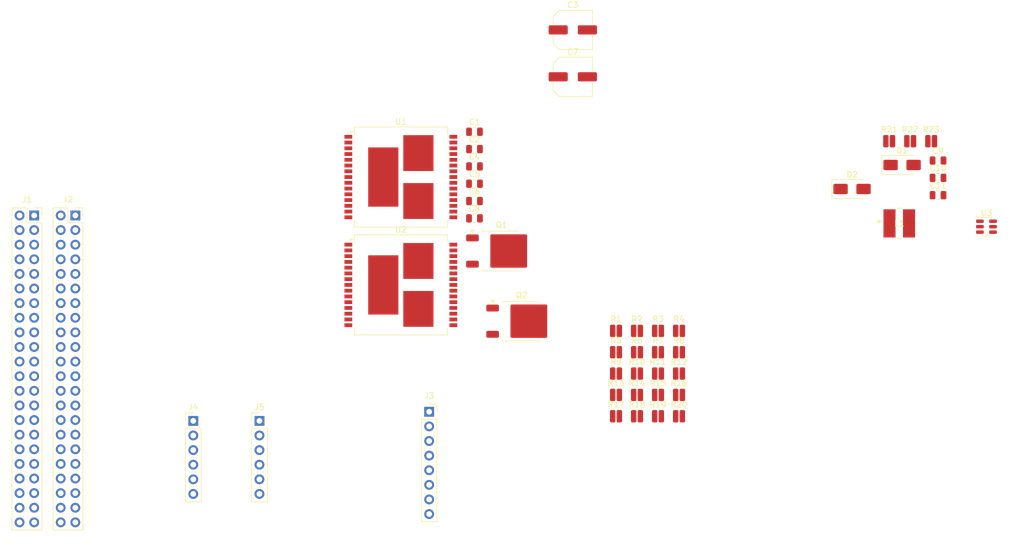
<source format=kicad_pcb>
(kicad_pcb (version 20241229) (generator "pcbnew") (generator_version "9.0")
  (layers (0 "F.Cu" signal) (2 "B.Cu" signal) (13 "F.Paste" user) (15 "B.Paste" user) (5 "F.SilkS" user "F.Silkscreen") (7 "B.SilkS" user "B.Silkscreen") (1 "F.Mask" user) (3 "B.Mask" user) (25 "Edge.Cuts" user))
  (net 0 "")
  (net 2 "/PWM")
  (net 3 "GND")
  (net 4 "/INA")
  (net 5 "Net-(U1-INA)")
  (net 6 "Net-(U1-INB)")
  (net 7 "/INB")
  (net 8 "Net-(U1-ENADIAGA)")
  (net 11 "Net-(U1-ENBDIAGB)")
  (net 12 "Net-(U1-PWM)")
  (net 13 "/A4_2")
  (net 14 "+5V")
  (net 15 "Net-(U1-CS)")
  (net 16 "Net-(U2-INA)")
  (net 17 "Net-(U2-INB)")
  (net 18 "Net-(U2-ENADIAGA)")
  (net 20 "Net-(U2-ENBDIAGB)")
  (net 22 "Net-(U2-PWM)")
  (net 23 "Net-(U2-CS)")
  (net 24 "/12V")
  (net 25 "Net-(Q1-S)")
  (net 26 "Net-(Q2-S)")
  (net 27 "Net-(Q1-G)")
  (net 28 "Net-(Q2-G)")
  (net 29 "Net-(U1-OUTB-Pad15)")
  (net 30 "/outa")
  (net 31 "Net-(U1-OUTA-Pad1)")
  (net 33 "/outb")
  (net 34 "Net-(U2-OUTB-Pad15)")
  (net 36 "Net-(U2-OUTA-Pad1)")
  (net 37 "Net-(D1-K)")
  (net 38 "Net-(U3-BST)")
  (net 39 "Net-(D2-K)")
  (net 40 "/+5v")
  (net 41 "/VIN")
  (net 42 "Net-(U3-EN)")
  (net 43 "Net-(U3-FB)")
  (footprint "Resistor_SMD:R_0508_1220Metric" (layer "F.Cu") (at 169.275 82.58)
    (property "Reference" "R11" (at 0 -2.03 0) (layer "F.SilkS"))
    (property "Value" "1k")
    (pad "1" smd roundrect (at -0.575 0) (size 0.95 2.15) (layers "F.Cu" "F.Mask" "F.Paste") (net 4 "/INA"))
    (pad "2" smd roundrect (at 0.575 0) (size 0.95 2.15) (layers "F.Cu" "F.Mask" "F.Paste") (net 16 "Net-(U2-INA)"))
  )
  (footprint "Package_SO:ST_MultiPowerSO-30" (layer "F.Cu") (at 124.575 48.425)
    (property "Reference" "U1" (at 0 -9.6 0) (layer "F.SilkS"))
    (property "Value" "VNH5019A-E")
    (fp_line (start -8.1 -8.7) (end -8.1 -7.5) (stroke (width 0.12)) (layer "F.SilkS"))
    (fp_line (start -8.1 8.7) (end -8.1 7.5) (stroke (width 0.12)) (layer "F.SilkS"))
    (fp_line (start -8 -8.7) (end -8.1 -8.7) (stroke (width 0.12)) (layer "F.SilkS"))
    (fp_line (start 8 -8.7) (end -8 -8.7) (stroke (width 0.12)) (layer "F.SilkS"))
    (fp_line (start 8 -8.7) (end 8.1 -8.7) (stroke (width 0.12)) (layer "F.SilkS"))
    (fp_line (start 8 8.7) (end -8.1 8.7) (stroke (width 0.12)) (layer "F.SilkS"))
    (fp_line (start 8 8.7) (end 8.1 8.7) (stroke (width 0.12)) (layer "F.SilkS"))
    (fp_line (start 8.1 -8.7) (end 8.1 -7.5) (stroke (width 0.12)) (layer "F.SilkS"))
    (fp_line (start 8.1 8.7) (end 8.1 7.5) (stroke (width 0.12)) (layer "F.SilkS"))
    (fp_poly (pts (xy -8.6 -7.6) (xy -8.84 -7.93) (xy -8.36 -7.93) (xy -8.6 -7.6)) (stroke (width 0.12)) (fill yes) (layer "F.SilkS"))
    (pad "1" smd rect (at -9.125 -7 270) (size 0.66 1.35) (layers "F.Cu" "F.Mask" "F.Paste") (net 31 "Net-(U1-OUTA-Pad1)"))
    (pad "2" smd rect (at -9.125 -6 270) (size 0.66 1.35) (layers "F.Cu" "F.Mask" "F.Paste"))
    (pad "3" smd rect (at -9.125 -5 270) (size 0.66 1.35) (layers "F.Cu" "F.Mask" "F.Paste") (net 25 "Net-(Q1-S)"))
    (pad "4" smd rect (at -9.125 -4 270) (size 0.66 1.35) (layers "F.Cu" "F.Mask" "F.Paste") (net 5 "Net-(U1-INA)"))
    (pad "5" smd rect (at -9.125 -3 270) (size 0.66 1.35) (layers "F.Cu" "F.Mask" "F.Paste") (net 8 "Net-(U1-ENADIAGA)"))
    (pad "6" smd rect (at -9.125 -2 270) (size 0.66 1.35) (layers "F.Cu" "F.Mask" "F.Paste"))
    (pad "7" smd rect (at -9.125 -1 270) (size 0.66 1.35) (layers "F.Cu" "F.Mask" "F.Paste") (net 12 "Net-(U1-PWM)"))
    (pad "8" smd rect (at -9.125 0 270) (size 0.66 1.35) (layers "F.Cu" "F.Mask" "F.Paste") (net 15 "Net-(U1-CS)"))
    (pad "9" smd rect (at -9.125 1 270) (size 0.66 1.35) (layers "F.Cu" "F.Mask" "F.Paste") (net 11 "Net-(U1-ENBDIAGB)"))
    (pad "10" smd rect (at -9.125 2 270) (size 0.66 1.35) (layers "F.Cu" "F.Mask" "F.Paste") (net 6 "Net-(U1-INB)"))
    (pad "11" smd rect (at -9.125 3 270) (size 0.66 1.35) (layers "F.Cu" "F.Mask" "F.Paste") (net 27 "Net-(Q1-G)"))
    (pad "12" smd rect (at -9.125 4 270) (size 0.66 1.35) (layers "F.Cu" "F.Mask" "F.Paste") (net 24 "/12V"))
    (pad "13" smd rect (at -9.125 5 270) (size 0.66 1.35) (layers "F.Cu" "F.Mask" "F.Paste") (net 25 "Net-(Q1-S)"))
    (pad "14" smd rect (at -9.125 6 270) (size 0.66 1.35) (layers "F.Cu" "F.Mask" "F.Paste"))
    (pad "15" smd rect (at -9.125 7 270) (size 0.66 1.35) (layers "F.Cu" "F.Mask" "F.Paste") (net 29 "Net-(U1-OUTB-Pad15)"))
    (pad "16" smd rect (at 9.125 7 270) (size 0.66 1.35) (layers "F.Cu" "F.Mask" "F.Paste") (net 33 "/outb"))
    (pad "17" smd rect (at 9.125 6 270) (size 0.66 1.35) (layers "F.Cu" "F.Mask" "F.Paste"))
    (pad "18" smd rect (at 9.125 5 270) (size 0.66 1.35) (layers "F.Cu" "F.Mask" "F.Paste") (net 3 "GND"))
    (pad "19" smd rect (at 9.125 4 270) (size 0.66 1.35) (layers "F.Cu" "F.Mask" "F.Paste") (net 3 "GND"))
    (pad "20" smd rect (at 9.125 3 270) (size 0.66 1.35) (layers "F.Cu" "F.Mask" "F.Paste") (net 3 "GND"))
    (pad "21" smd rect (at 9.125 2 270) (size 0.66 1.35) (layers "F.Cu" "F.Mask" "F.Paste") (net 29 "Net-(U1-OUTB-Pad15)"))
    (pad "22" smd rect (at 9.125 1 270) (size 0.66 1.35) (layers "F.Cu" "F.Mask" "F.Paste"))
    (pad "23" smd rect (at 9.125 0 270) (size 0.66 1.35) (layers "F.Cu" "F.Mask" "F.Paste") (net 25 "Net-(Q1-S)"))
    (pad "24" smd rect (at 9.125 -1 270) (size 0.66 1.35) (layers "F.Cu" "F.Mask" "F.Paste"))
    (pad "25" smd rect (at 9.125 -2 270) (size 0.66 1.35) (layers "F.Cu" "F.Mask" "F.Paste") (net 30 "/outa"))
    (pad "26" smd rect (at 9.125 -3 270) (size 0.66 1.35) (layers "F.Cu" "F.Mask" "F.Paste") (net 3 "GND"))
    (pad "27" smd rect (at 9.125 -4 270) (size 0.66 1.35) (layers "F.Cu" "F.Mask" "F.Paste") (net 3 "GND"))
    (pad "28" smd rect (at 9.125 -5 270) (size 0.66 1.35) (layers "F.Cu" "F.Mask" "F.Paste") (net 3 "GND"))
    (pad "29" smd rect (at 9.125 -6 270) (size 0.66 1.35) (layers "F.Cu" "F.Mask" "F.Paste"))
    (pad "30" smd rect (at 9.125 -7 270) (size 0.66 1.35) (layers "F.Cu" "F.Mask" "F.Paste") (net 31 "Net-(U1-OUTA-Pad1)"))
    (pad "31" smd rect (at -3.05 0) (size 5.25 10.3) (layers "F.Cu" "F.Mask" "F.Paste"))
    (pad "32" smd rect (at 3.05 4.165) (size 5.25 6.23) (layers "F.Cu" "F.Mask" "F.Paste"))
    (pad "33" smd rect (at 3.05 -4.165) (size 5.25 6.23) (layers "F.Cu" "F.Mask" "F.Paste"))
  )
  (footprint "Package_TO_SOT_SMD:TO-252-2" (layer "F.Cu") (at 145.565 73.475)
    (property "Reference" "Q2" (at 0 -4.5 0) (layer "F.SilkS"))
    (property "Value" "FCD600N60Z")
    (fp_line (start -3.31 -3.45) (end -3.31 -3.18) (stroke (width 0.12)) (layer "F.SilkS"))
    (fp_line (start -3.31 3.45) (end -3.31 3.18) (stroke (width 0.12)) (layer "F.SilkS"))
    (fp_line (start 3.11 -3.45) (end -3.31 -3.45) (stroke (width 0.12)) (layer "F.SilkS"))
    (fp_line (start 3.11 3.45) (end -3.31 3.45) (stroke (width 0.12)) (layer "F.SilkS"))
    (fp_poly (pts (xy -5.04 -3.14) (xy -5.38 -3.61) (xy -4.7 -3.61)) (stroke (width 0.12)) (fill yes) (layer "F.SilkS"))
    (pad "1" smd roundrect (at -5.04 -2.28) (size 2.2 1.2) (layers "F.Cu" "F.Mask" "F.Paste") (roundrect_rratio 0.208333) (net 28 "Net-(Q2-G)"))
    (pad "2" smd roundrect (at 1.26 0) (size 6.4 5.8) (layers "F.Cu" "F.Mask") (roundrect_rratio 0.043103))
    (pad "3" smd roundrect (at -5.04 2.28) (size 2.2 1.2) (layers "F.Cu" "F.Mask" "F.Paste") (roundrect_rratio 0.208333) (net 26 "Net-(Q2-S)"))
  )
  (footprint "Resistor_SMD:R_0508_1220Metric" (layer "F.Cu") (at 172.925 90)
    (property "Reference" "R20" (at 0 -2.03 0) (layer "F.SilkS"))
    (property "Value" "4.7k")
    (pad "1" smd roundrect (at -0.575 0) (size 0.95 2.15) (layers "F.Cu" "F.Mask" "F.Paste") (net 8 "Net-(U1-ENADIAGA)"))
    (pad "2" smd roundrect (at 0.575 0) (size 0.95 2.15) (layers "F.Cu" "F.Mask" "F.Paste") (net 14 "+5V"))
  )
  (footprint "Resistor_SMD:R_0508_1220Metric" (layer "F.Cu") (at 169.275 86.29)
    (property "Reference" "R15" (at 0 -2.03 0) (layer "F.SilkS"))
    (property "Value" "1k")
    (pad "1" smd roundrect (at -0.575 0) (size 0.95 2.15) (layers "F.Cu" "F.Mask" "F.Paste") (net 2 "/PWM"))
    (pad "2" smd roundrect (at 0.575 0) (size 0.95 2.15) (layers "F.Cu" "F.Mask" "F.Paste") (net 22 "Net-(U2-PWM)"))
  )
  (footprint "Library:IND_5028_TDK" (layer "F.Cu") (at 211.207701 56.4802)
    (property "Reference" "L1" (at 0 0 0) (layer "F.SilkS"))
    (property "Value" "4.7uH")
    (fp_line (start -0.368244 2.627) (end 0.368244 2.627) (stroke (width 0.1524)) (layer "F.SilkS"))
    (fp_line (start 0.368244 -2.627) (end -0.368244 -2.627) (stroke (width 0.1524)) (layer "F.SilkS"))
    (fp_text user "*" (at -3.516 0 0) (layer "F.SilkS"))
    (fp_text user "*" (at -3.516 0 0) (layer "F.SilkS"))
    (pad "1" smd rect (at -1.7 0) (size 2.1 4.900001) (layers "F.Cu" "F.Mask" "F.Paste") (net 40 "/+5v"))
    (pad "2" smd rect (at 1.7 0) (size 2.1 4.900001) (layers "F.Cu" "F.Mask" "F.Paste") (net 39 "Net-(D2-K)"))
  )
  (footprint "Resistor_SMD:R_0508_1220Metric" (layer "F.Cu") (at 165.625 75.16)
    (property "Reference" "R2" (at 0 -2.03 0) (layer "F.SilkS"))
    (property "Value" "1k")
    (pad "1" smd roundrect (at -0.575 0) (size 0.95 2.15) (layers "F.Cu" "F.Mask" "F.Paste") (net 4 "/INA"))
    (pad "2" smd roundrect (at 0.575 0) (size 0.95 2.15) (layers "F.Cu" "F.Mask" "F.Paste") (net 5 "Net-(U1-INA)"))
  )
  (footprint "Capacitor_SMD:C_0805_2012Metric" (layer "F.Cu") (at 137.375 52.595)
    (property "Reference" "C6" (at 0 -1.68 0) (layer "F.SilkS"))
    (property "Value" "0.1u")
    (fp_line (start -0.261252 -0.735) (end 0.261252 -0.735) (stroke (width 0.12)) (layer "F.SilkS"))
    (fp_line (start -0.261252 0.735) (end 0.261252 0.735) (stroke (width 0.12)) (layer "F.SilkS"))
    (pad "1" smd roundrect (at -0.95 0) (size 1 1.45) (layers "F.Cu" "F.Mask" "F.Paste") (net 3 "GND"))
    (pad "2" smd roundrect (at 0.95 0) (size 1 1.45) (layers "F.Cu" "F.Mask" "F.Paste") (net 24 "/12V"))
  )
  (footprint "Diode_SMD:D_SMA" (layer "F.Cu") (at 211.6975 46.325)
    (property "Reference" "D1" (at 0 -2.5 0) (layer "F.SilkS"))
    (property "Value" "SS24")
    (fp_line (start -3.51 -1.65) (end -3.51 1.65) (stroke (width 0.12)) (layer "F.SilkS"))
    (fp_line (start -3.51 -1.65) (end 2 -1.65) (stroke (width 0.12)) (layer "F.SilkS"))
    (fp_line (start -3.51 1.65) (end 2 1.65) (stroke (width 0.12)) (layer "F.SilkS"))
    (pad "1" smd roundrect (at -2 0) (size 2.5 1.8) (layers "F.Cu" "F.Mask" "F.Paste") (roundrect_rratio 0.1388888889) (net 41 "/VIN"))
    (pad "2" smd roundrect (at 2 0) (size 2.5 1.8) (layers "F.Cu" "F.Mask" "F.Paste") (roundrect_rratio 0.1388888889) (net 37 "Net-(D1-K)"))
  )
  (footprint "Resistor_SMD:R_0508_1220Metric" (layer "F.Cu") (at 165.625 86.29)
    (property "Reference" "R14" (at 0 -2.03 0) (layer "F.SilkS"))
    (property "Value" "1k")
    (pad "1" smd roundrect (at -0.575 0) (size 0.95 2.15) (layers "F.Cu" "F.Mask" "F.Paste"))
    (pad "2" smd roundrect (at 0.575 0) (size 0.95 2.15) (layers "F.Cu" "F.Mask" "F.Paste") (net 20 "Net-(U2-ENBDIAGB)"))
  )
  (footprint "Package_TO_SOT_SMD:TO-252-2" (layer "F.Cu") (at 142.065 61.28)
    (property "Reference" "Q1" (at 0 -4.5 0) (layer "F.SilkS"))
    (property "Value" "FCD600N60Z")
    (fp_line (start -3.31 -3.45) (end -3.31 -3.18) (stroke (width 0.12)) (layer "F.SilkS"))
    (fp_line (start -3.31 3.45) (end -3.31 3.18) (stroke (width 0.12)) (layer "F.SilkS"))
    (fp_line (start 3.11 -3.45) (end -3.31 -3.45) (stroke (width 0.12)) (layer "F.SilkS"))
    (fp_line (start 3.11 3.45) (end -3.31 3.45) (stroke (width 0.12)) (layer "F.SilkS"))
    (fp_poly (pts (xy -5.04 -3.14) (xy -5.38 -3.61) (xy -4.7 -3.61)) (stroke (width 0.12)) (fill yes) (layer "F.SilkS"))
    (pad "1" smd roundrect (at -5.04 -2.28) (size 2.2 1.2) (layers "F.Cu" "F.Mask" "F.Paste") (roundrect_rratio 0.208333) (net 27 "Net-(Q1-G)"))
    (pad "2" smd roundrect (at 1.26 0) (size 6.4 5.8) (layers "F.Cu" "F.Mask") (roundrect_rratio 0.043103))
    (pad "3" smd roundrect (at -5.04 2.28) (size 2.2 1.2) (layers "F.Cu" "F.Mask" "F.Paste") (roundrect_rratio 0.208333) (net 25 "Net-(Q1-S)"))
  )
  (footprint "Resistor_SMD:R_0508_1220Metric" (layer "F.Cu") (at 161.975 78.87)
    (property "Reference" "R5" (at 0 -2.03 0) (layer "F.SilkS"))
    (property "Value" "1k")
    (pad "1" smd roundrect (at -0.575 0) (size 0.95 2.15) (layers "F.Cu" "F.Mask" "F.Paste"))
    (pad "2" smd roundrect (at 0.575 0) (size 0.95 2.15) (layers "F.Cu" "F.Mask" "F.Paste") (net 11 "Net-(U1-ENBDIAGB)"))
  )
  (footprint "Capacitor_SMD:C_0805_2012Metric" (layer "F.Cu") (at 217.9425 45.555)
    (property "Reference" "C9" (at 0 -1.68 0) (layer "F.SilkS"))
    (property "Value" "10uF 25v")
    (fp_line (start -0.261252 -0.735) (end 0.261252 -0.735) (stroke (width 0.12)) (layer "F.SilkS"))
    (fp_line (start -0.261252 0.735) (end 0.261252 0.735) (stroke (width 0.12)) (layer "F.SilkS"))
    (pad "1" smd roundrect (at -0.95 0) (size 1 1.45) (layers "F.Cu" "F.Mask" "F.Paste") (net 37 "Net-(D1-K)"))
    (pad "2" smd roundrect (at 0.95 0) (size 1 1.45) (layers "F.Cu" "F.Mask" "F.Paste") (net 3 "GND"))
  )
  (footprint "Capacitor_SMD:C_0805_2012Metric" (layer "F.Cu") (at 137.375 40.555)
    (property "Reference" "C1" (at 0 -1.68 0) (layer "F.SilkS"))
    (property "Value" "33nF")
    (fp_line (start -0.261252 -0.735) (end 0.261252 -0.735) (stroke (width 0.12)) (layer "F.SilkS"))
    (fp_line (start -0.261252 0.735) (end 0.261252 0.735) (stroke (width 0.12)) (layer "F.SilkS"))
    (pad "1" smd roundrect (at -0.95 0) (size 1 1.45) (layers "F.Cu" "F.Mask" "F.Paste") (net 13 "/A4_2"))
    (pad "2" smd roundrect (at 0.95 0) (size 1 1.45) (layers "F.Cu" "F.Mask" "F.Paste") (net 3 "GND"))
  )
  (footprint "Resistor_SMD:R_0508_1220Metric" (layer "F.Cu") (at 172.925 78.87)
    (property "Reference" "R8" (at 0 -2.03 0) (layer "F.SilkS"))
    (property "Value" "4.7k")
    (pad "1" smd roundrect (at -0.575 0) (size 0.95 2.15) (layers "F.Cu" "F.Mask" "F.Paste") (net 11 "Net-(U1-ENBDIAGB)"))
    (pad "2" smd roundrect (at 0.575 0) (size 0.95 2.15) (layers "F.Cu" "F.Mask" "F.Paste") (net 14 "+5V"))
  )
  (footprint "Package_TO_SOT_SMD:SOT-23-6" (layer "F.Cu") (at 226.3625 57.05)
    (property "Reference" "U3" (at 0 -2.4 0) (layer "F.SilkS"))
    (property "Value" "MP2359DJ-LF-Z")
    (fp_line (start -0.91 -1.56) (end 0.91 -1.56) (stroke (width 0.12)) (layer "F.SilkS"))
    (fp_line (start -0.91 -1.51) (end -0.91 -1.56) (stroke (width 0.12)) (layer "F.SilkS"))
    (fp_line (start -0.91 1.56) (end -0.91 1.51) (stroke (width 0.12)) (layer "F.SilkS"))
    (fp_line (start 0.91 -1.56) (end 0.91 -1.51) (stroke (width 0.12)) (layer "F.SilkS"))
    (fp_line (start 0.91 1.51) (end 0.91 1.56) (stroke (width 0.12)) (layer "F.SilkS"))
    (fp_line (start 0.91 1.56) (end -0.91 1.56) (stroke (width 0.12)) (layer "F.SilkS"))
    (fp_poly (pts (xy -1.45 -1.51) (xy -1.69 -1.84) (xy -1.21 -1.84)) (stroke (width 0.12)) (fill yes) (layer "F.SilkS"))
    (pad "1" smd roundrect (at -1.1375 -0.95) (size 1.325 0.6) (layers "F.Cu" "F.Mask" "F.Paste") (net 38 "Net-(U3-BST)"))
    (pad "2" smd roundrect (at -1.1375 0) (size 1.325 0.6) (layers "F.Cu" "F.Mask" "F.Paste") (net 3 "GND"))
    (pad "3" smd roundrect (at -1.1375 0.95) (size 1.325 0.6) (layers "F.Cu" "F.Mask" "F.Paste") (net 43 "Net-(U3-FB)"))
    (pad "4" smd roundrect (at 1.1375 0.95) (size 1.325 0.6) (layers "F.Cu" "F.Mask" "F.Paste") (net 42 "Net-(U3-EN)"))
    (pad "5" smd roundrect (at 1.1375 0) (size 1.325 0.6) (layers "F.Cu" "F.Mask" "F.Paste") (net 37 "Net-(D1-K)"))
    (pad "6" smd roundrect (at 1.1375 -0.95) (size 1.325 0.6) (layers "F.Cu" "F.Mask" "F.Paste") (net 39 "Net-(D2-K)"))
  )
  (footprint "Capacitor_SMD:C_Elec_6.3x5.4" (layer "F.Cu") (at 154.4625 31)
    (property "Reference" "C7" (at 0 -4.35 0) (layer "F.SilkS"))
    (property "Value" "47uF")
    (fp_line (start -3.41 -2.345563) (end -3.41 -1.06) (stroke (width 0.12)) (layer "F.SilkS"))
    (fp_line (start -3.41 -2.345563) (end -2.345563 -3.41) (stroke (width 0.12)) (layer "F.SilkS"))
    (fp_line (start -3.41 2.345563) (end -3.41 1.06) (stroke (width 0.12)) (layer "F.SilkS"))
    (fp_line (start -3.41 2.345563) (end -2.345563 3.41) (stroke (width 0.12)) (layer "F.SilkS"))
    (fp_line (start -2.345563 -3.41) (end 3.41 -3.41) (stroke (width 0.12)) (layer "F.SilkS"))
    (fp_line (start -2.345563 3.41) (end 3.41 3.41) (stroke (width 0.12)) (layer "F.SilkS"))
    (fp_line (start 3.41 -3.41) (end 3.41 -1.06) (stroke (width 0.12)) (layer "F.SilkS"))
    (fp_line (start 3.41 3.41) (end 3.41 1.06) (stroke (width 0.12)) (layer "F.SilkS"))
    (pad "1" smd roundrect (at -2.5375 0) (size 3.325 1.6) (layers "F.Cu" "F.Mask" "F.Paste") (roundrect_rratio 0.15625) (net 26 "Net-(Q2-S)"))
    (pad "2" smd roundrect (at 2.5375 0) (size 3.325 1.6) (layers "F.Cu" "F.Mask" "F.Paste") (roundrect_rratio 0.15625) (net 3 "GND"))
  )
  (footprint "Connector_PinSocket_2.54mm:PinSocket_2x22_P2.54mm_Vertical" (layer "F.Cu") (at 68 55.1)
    (property "Reference" "J2" (at -1.27 -2.77 0) (layer "F.SilkS"))
    (property "Value" "Conn_02x22")
    (fp_line (start -3.87 -1.33) (end -3.87 54.67) (stroke (width 0.12)) (layer "F.SilkS"))
    (fp_line (start -3.87 -1.33) (end -1.27 -1.33) (stroke (width 0.12)) (layer "F.SilkS"))
    (fp_line (start -3.87 54.67) (end 1.33 54.67) (stroke (width 0.12)) (layer "F.SilkS"))
    (fp_line (start -1.27 -1.33) (end -1.27 1.27) (stroke (width 0.12)) (layer "F.SilkS"))
    (fp_line (start -1.27 1.27) (end 1.33 1.27) (stroke (width 0.12)) (layer "F.SilkS"))
    (fp_line (start 0 -1.33) (end 1.33 -1.33) (stroke (width 0.12)) (layer "F.SilkS"))
    (fp_line (start 1.33 -1.33) (end 1.33 0) (stroke (width 0.12)) (layer "F.SilkS"))
    (fp_line (start 1.33 1.27) (end 1.33 54.67) (stroke (width 0.12)) (layer "F.SilkS"))
    (pad "1" thru_hole rect (at 0 0) (size 1.7 1.7) (drill 1) (layers "*.Cu" "*.Mask"))
    (pad "2" thru_hole circle (at -2.54 0) (size 1.7 1.7) (drill 1) (layers "*.Cu" "*.Mask"))
    (pad "3" thru_hole circle (at 0 2.54) (size 1.7 1.7) (drill 1) (layers "*.Cu" "*.Mask"))
    (pad "4" thru_hole circle (at -2.54 2.54) (size 1.7 1.7) (drill 1) (layers "*.Cu" "*.Mask"))
    (pad "5" thru_hole circle (at 0 5.08) (size 1.7 1.7) (drill 1) (layers "*.Cu" "*.Mask"))
    (pad "6" thru_hole circle (at -2.54 5.08) (size 1.7 1.7) (drill 1) (layers "*.Cu" "*.Mask"))
    (pad "7" thru_hole circle (at 0 7.62) (size 1.7 1.7) (drill 1) (layers "*.Cu" "*.Mask"))
    (pad "8" thru_hole circle (at -2.54 7.62) (size 1.7 1.7) (drill 1) (layers "*.Cu" "*.Mask"))
    (pad "9" thru_hole circle (at 0 10.16) (size 1.7 1.7) (drill 1) (layers "*.Cu" "*.Mask"))
    (pad "10" thru_hole circle (at -2.54 10.16) (size 1.7 1.7) (drill 1) (layers "*.Cu" "*.Mask"))
    (pad "11" thru_hole circle (at 0 12.7) (size 1.7 1.7) (drill 1) (layers "*.Cu" "*.Mask"))
    (pad "12" thru_hole circle (at -2.54 12.7) (size 1.7 1.7) (drill 1) (layers "*.Cu" "*.Mask"))
    (pad "13" thru_hole circle (at 0 15.24) (size 1.7 1.7) (drill 1) (layers "*.Cu" "*.Mask"))
    (pad "14" thru_hole circle (at -2.54 15.24) (size 1.7 1.7) (drill 1) (layers "*.Cu" "*.Mask"))
    (pad "15" thru_hole circle (at 0 17.78) (size 1.7 1.7) (drill 1) (layers "*.Cu" "*.Mask"))
    (pad "16" thru_hole circle (at -2.54 17.78) (size 1.7 1.7) (drill 1) (layers "*.Cu" "*.Mask"))
    (pad "17" thru_hole circle (at 0 20.32) (size 1.7 1.7) (drill 1) (layers "*.Cu" "*.Mask"))
    (pad "18" thru_hole circle (at -2.54 20.32) (size 1.7 1.7) (drill 1) (layers "*.Cu" "*.Mask"))
    (pad "19" thru_hole circle (at 0 22.86) (size 1.7 1.7) (drill 1) (layers "*.Cu" "*.Mask"))
    (pad "20" thru_hole circle (at -2.54 22.86) (size 1.7 1.7) (drill 1) (layers "*.Cu" "*.Mask"))
    (pad "21" thru_hole circle (at 0 25.4) (size 1.7 1.7) (drill 1) (layers "*.Cu" "*.Mask"))
    (pad "22" thru_hole circle (at -2.54 25.4) (size 1.7 1.7) (drill 1) (layers "*.Cu" "*.Mask"))
    (pad "23" thru_hole circle (at 0 27.94) (size 1.7 1.7) (drill 1) (layers "*.Cu" "*.Mask"))
    (pad "24" thru_hole circle (at -2.54 27.94) (size 1.7 1.7) (drill 1) (layers "*.Cu" "*.Mask"))
    (pad "25" thru_hole circle (at 0 30.48) (size 1.7 1.7) (drill 1) (layers "*.Cu" "*.Mask"))
    (pad "26" thru_hole circle (at -2.54 30.48) (size 1.7 1.7) (drill 1) (layers "*.Cu" "*.Mask"))
    (pad "27" thru_hole circle (at 0 33.02) (size 1.7 1.7) (drill 1) (layers "*.Cu" "*.Mask"))
    (pad "28" thru_hole circle (at -2.54 33.02) (size 1.7 1.7) (drill 1) (layers "*.Cu" "*.Mask"))
    (pad "29" thru_hole circle (at 0 35.56) (size 1.7 1.7) (drill 1) (layers "*.Cu" "*.Mask"))
    (pad "30" thru_hole circle (at -2.54 35.56) (size 1.7 1.7) (drill 1) (layers "*.Cu" "*.Mask"))
    (pad "31" thru_hole circle (at 0 38.1) (size 1.7 1.7) (drill 1) (layers "*.Cu" "*.Mask"))
    (pad "32" thru_hole circle (at -2.54 38.1) (size 1.7 1.7) (drill 1) (layers "*.Cu" "*.Mask"))
    (pad "33" thru_hole circle (at 0 40.64) (size 1.7 1.7) (drill 1) (layers "*.Cu" "*.Mask"))
    (pad "34" thru_hole circle (at -2.54 40.64) (size 1.7 1.7) (drill 1) (layers "*.Cu" "*.Mask"))
    (pad "35" thru_hole circle (at 0 43.18) (size 1.7 1.7) (drill 1) (layers "*.Cu" "*.Mask"))
    (pad "36" thru_hole circle (at -2.54 43.18) (size 1.7 1.7) (drill 1) (layers "*.Cu" "*.Mask"))
    (pad "37" thru_hole circle (at 0 45.72) (size 1.7 1.7) (drill 1) (layers "*.Cu" "*.Mask"))
    (pad "38" thru_hole circle (at -2.54 45.72) (size 1.7 1.7) (drill 1) (layers "*.Cu" "*.Mask"))
    (pad "39" thru_hole circle (at 0 48.26) (size 1.7 1.7) (drill 1) (layers "*.Cu" "*.Mask"))
    (pad "40" thru_hole circle (at -2.54 48.26) (size 1.7 1.7) (drill 1) (layers "*.Cu" "*.Mask"))
    (pad "41" thru_hole circle (at 0 50.8) (size 1.7 1.7) (drill 1) (layers "*.Cu" "*.Mask"))
    (pad "42" thru_hole circle (at -2.54 50.8) (size 1.7 1.7) (drill 1) (layers "*.Cu" "*.Mask"))
    (pad "43" thru_hole circle (at 0 53.34) (size 1.7 1.7) (drill 1) (layers "*.Cu" "*.Mask"))
    (pad "44" thru_hole circle (at -2.54 53.34) (size 1.7 1.7) (drill 1) (layers "*.Cu" "*.Mask"))
  )
  (footprint "Resistor_SMD:R_0508_1220Metric" (layer "F.Cu") (at 209.4525 42.195)
    (property "Reference" "R21" (at 0 -2.03 0) (layer "F.SilkS"))
    (property "Value" "100K")
    (pad "1" smd roundrect (at -0.575 0) (size 0.95 2.15) (layers "F.Cu" "F.Mask" "F.Paste") (net 37 "Net-(D1-K)"))
    (pad "2" smd roundrect (at 0.575 0) (size 0.95 2.15) (layers "F.Cu" "F.Mask" "F.Paste") (net 42 "Net-(U3-EN)"))
  )
  (footprint "Capacitor_SMD:C_0805_2012Metric" (layer "F.Cu") (at 137.375 49.585)
    (property "Reference" "C5" (at 0 -1.68 0) (layer "F.SilkS"))
    (property "Value" "33nF")
    (fp_line (start -0.261252 -0.735) (end 0.261252 -0.735) (stroke (width 0.12)) (layer "F.SilkS"))
    (fp_line (start -0.261252 0.735) (end 0.261252 0.735) (stroke (width 0.12)) (layer "F.SilkS"))
    (pad "1" smd roundrect (at -0.95 0) (size 1 1.45) (layers "F.Cu" "F.Mask" "F.Paste") (net 13 "/A4_2"))
    (pad "2" smd roundrect (at 0.95 0) (size 1 1.45) (layers "F.Cu" "F.Mask" "F.Paste") (net 3 "GND"))
  )
  (footprint "Capacitor_SMD:C_0805_2012Metric" (layer "F.Cu") (at 217.9425 48.565)
    (property "Reference" "C10" (at 0 -1.68 0) (layer "F.SilkS"))
    (property "Value" "10nF")
    (fp_line (start -0.261252 -0.735) (end 0.261252 -0.735) (stroke (width 0.12)) (layer "F.SilkS"))
    (fp_line (start -0.261252 0.735) (end 0.261252 0.735) (stroke (width 0.12)) (layer "F.SilkS"))
    (pad "1" smd roundrect (at -0.95 0) (size 1 1.45) (layers "F.Cu" "F.Mask" "F.Paste") (net 39 "Net-(D2-K)"))
    (pad "2" smd roundrect (at 0.95 0) (size 1 1.45) (layers "F.Cu" "F.Mask" "F.Paste") (net 38 "Net-(U3-BST)"))
  )
  (footprint "Resistor_SMD:R_0508_1220Metric" (layer "F.Cu") (at 169.275 78.87)
    (property "Reference" "R7" (at 0 -2.03 0) (layer "F.SilkS"))
    (property "Value" "1k")
    (pad "1" smd roundrect (at -0.575 0) (size 0.95 2.15) (layers "F.Cu" "F.Mask" "F.Paste") (net 3 "GND"))
    (pad "2" smd roundrect (at 0.575 0) (size 0.95 2.15) (layers "F.Cu" "F.Mask" "F.Paste") (net 13 "/A4_2"))
  )
  (footprint "Resistor_SMD:R_0508_1220Metric" (layer "F.Cu") (at 172.925 86.29)
    (property "Reference" "R16" (at 0 -2.03 0) (layer "F.SilkS"))
    (property "Value" "1k")
    (pad "1" smd roundrect (at -0.575 0) (size 0.95 2.15) (layers "F.Cu" "F.Mask" "F.Paste") (net 3 "GND"))
    (pad "2" smd roundrect (at 0.575 0) (size 0.95 2.15) (layers "F.Cu" "F.Mask" "F.Paste") (net 13 "/A4_2"))
  )
  (footprint "Capacitor_SMD:C_0805_2012Metric" (layer "F.Cu") (at 137.375 43.565)
    (property "Reference" "C2" (at 0 -1.68 0) (layer "F.SilkS"))
    (property "Value" "0.1u")
    (fp_line (start -0.261252 -0.735) (end 0.261252 -0.735) (stroke (width 0.12)) (layer "F.SilkS"))
    (fp_line (start -0.261252 0.735) (end 0.261252 0.735) (stroke (width 0.12)) (layer "F.SilkS"))
    (pad "1" smd roundrect (at -0.95 0) (size 1 1.45) (layers "F.Cu" "F.Mask" "F.Paste") (net 3 "GND"))
    (pad "2" smd roundrect (at 0.95 0) (size 1 1.45) (layers "F.Cu" "F.Mask" "F.Paste") (net 24 "/12V"))
  )
  (footprint "Capacitor_SMD:C_0805_2012Metric" (layer "F.Cu") (at 217.9425 51.575)
    (property "Reference" "C11" (at 0 -1.68 0) (layer "F.SilkS"))
    (property "Value" "22uF 10v")
    (fp_line (start -0.261252 -0.735) (end 0.261252 -0.735) (stroke (width 0.12)) (layer "F.SilkS"))
    (fp_line (start -0.261252 0.735) (end 0.261252 0.735) (stroke (width 0.12)) (layer "F.SilkS"))
    (pad "1" smd roundrect (at -0.95 0) (size 1 1.45) (layers "F.Cu" "F.Mask" "F.Paste") (net 3 "GND"))
    (pad "2" smd roundrect (at 0.95 0) (size 1 1.45) (layers "F.Cu" "F.Mask" "F.Paste") (net 40 "/+5v"))
  )
  (footprint "Connector_PinHeader_2.54mm:PinHeader_1x06_P2.54mm_Vertical" (layer "F.Cu") (at 88.5 90.8)
    (property "Reference" "J4" (at 0 -2.38 0) (layer "F.SilkS"))
    (property "Value" "MotorL")
    (fp_line (start -1.38 -1.38) (end 0 -1.38) (stroke (width 0.12)) (layer "F.SilkS"))
    (fp_line (start -1.38 0) (end -1.38 -1.38) (stroke (width 0.12)) (layer "F.SilkS"))
    (fp_line (start -1.38 1.27) (end -1.38 14.08) (stroke (width 0.12)) (layer "F.SilkS"))
    (fp_line (start -1.38 1.27) (end 1.38 1.27) (stroke (width 0.12)) (layer "F.SilkS"))
    (fp_line (start -1.38 14.08) (end 1.38 14.08) (stroke (width 0.12)) (layer "F.SilkS"))
    (fp_line (start 1.38 1.27) (end 1.38 14.08) (stroke (width 0.12)) (layer "F.SilkS"))
    (pad "1" thru_hole rect (at 0 0) (size 1.7 1.7) (drill 1) (layers "*.Cu" "*.Mask"))
    (pad "2" thru_hole circle (at 0 2.54) (size 1.7 1.7) (drill 1) (layers "*.Cu" "*.Mask"))
    (pad "3" thru_hole circle (at 0 5.08) (size 1.7 1.7) (drill 1) (layers "*.Cu" "*.Mask"))
    (pad "4" thru_hole circle (at 0 7.62) (size 1.7 1.7) (drill 1) (layers "*.Cu" "*.Mask"))
    (pad "5" thru_hole circle (at 0 10.16) (size 1.7 1.7) (drill 1) (layers "*.Cu" "*.Mask"))
    (pad "6" thru_hole circle (at 0 12.7) (size 1.7 1.7) (drill 1) (layers "*.Cu" "*.Mask"))
  )
  (footprint "Connector_PinSocket_2.54mm:PinSocket_1x08_P2.54mm_Vertical" (layer "F.Cu") (at 129.5 89.22)
    (property "Reference" "J3" (at 0 -2.77 0) (layer "F.SilkS"))
    (property "Value" "MPU6050")
    (fp_line (start -1.33 1.27) (end -1.33 19.11) (stroke (width 0.12)) (layer "F.SilkS"))
    (fp_line (start -1.33 1.27) (end 1.33 1.27) (stroke (width 0.12)) (layer "F.SilkS"))
    (fp_line (start -1.33 19.11) (end 1.33 19.11) (stroke (width 0.12)) (layer "F.SilkS"))
    (fp_line (start 0 -1.33) (end 1.33 -1.33) (stroke (width 0.12)) (layer "F.SilkS"))
    (fp_line (start 1.33 -1.33) (end 1.33 0) (stroke (width 0.12)) (layer "F.SilkS"))
    (fp_line (start 1.33 1.27) (end 1.33 19.11) (stroke (width 0.12)) (layer "F.SilkS"))
    (pad "1" thru_hole rect (at 0 0) (size 1.7 1.7) (drill 1) (layers "*.Cu" "*.Mask"))
    (pad "2" thru_hole circle (at 0 2.54) (size 1.7 1.7) (drill 1) (layers "*.Cu" "*.Mask"))
    (pad "3" thru_hole circle (at 0 5.08) (size 1.7 1.7) (drill 1) (layers "*.Cu" "*.Mask"))
    (pad "4" thru_hole circle (at 0 7.62) (size 1.7 1.7) (drill 1) (layers "*.Cu" "*.Mask"))
    (pad "5" thru_hole circle (at 0 10.16) (size 1.7 1.7) (drill 1) (layers "*.Cu" "*.Mask"))
    (pad "6" thru_hole circle (at 0 12.7) (size 1.7 1.7) (drill 1) (layers "*.Cu" "*.Mask"))
    (pad "7" thru_hole circle (at 0 15.24) (size 1.7 1.7) (drill 1) (layers "*.Cu" "*.Mask"))
    (pad "8" thru_hole circle (at 0 17.78) (size 1.7 1.7) (drill 1) (layers "*.Cu" "*.Mask"))
  )
  (footprint "Resistor_SMD:R_0508_1220Metric" (layer "F.Cu") (at 169.275 90)
    (property "Reference" "R19" (at 0 -2.03 0) (layer "F.SilkS"))
    (property "Value" "4.7k")
    (pad "1" smd roundrect (at -0.575 0) (size 0.95 2.15) (layers "F.Cu" "F.Mask" "F.Paste") (net 18 "Net-(U2-ENADIAGA)"))
    (pad "2" smd roundrect (at 0.575 0) (size 0.95 2.15) (layers "F.Cu" "F.Mask" "F.Paste") (net 14 "+5V"))
  )
  (footprint "Resistor_SMD:R_0508_1220Metric" (layer "F.Cu") (at 161.975 75.16)
    (property "Reference" "R1" (at 0 -2.03 0) (layer "F.SilkS"))
    (property "Value" "10k")
    (pad "1" smd roundrect (at -0.575 0) (size 0.95 2.15) (layers "F.Cu" "F.Mask" "F.Paste") (net 3 "GND"))
    (pad "2" smd roundrect (at 0.575 0) (size 0.95 2.15) (layers "F.Cu" "F.Mask" "F.Paste") (net 2 "/PWM"))
  )
  (footprint "Resistor_SMD:R_0508_1220Metric" (layer "F.Cu") (at 172.925 75.16)
    (property "Reference" "R4" (at 0 -2.03 0) (layer "F.SilkS"))
    (property "Value" "1k")
    (pad "1" smd roundrect (at -0.575 0) (size 0.95 2.15) (layers "F.Cu" "F.Mask" "F.Paste"))
    (pad "2" smd roundrect (at 0.575 0) (size 0.95 2.15) (layers "F.Cu" "F.Mask" "F.Paste") (net 8 "Net-(U1-ENADIAGA)"))
  )
  (footprint "Capacitor_SMD:C_0805_2012Metric" (layer "F.Cu") (at 137.375 46.575)
    (property "Reference" "C4" (at 0 -1.68 0) (layer "F.SilkS"))
    (property "Value" "0.1u")
    (fp_line (start -0.261252 -0.735) (end 0.261252 -0.735) (stroke (width 0.12)) (layer "F.SilkS"))
    (fp_line (start -0.261252 0.735) (end 0.261252 0.735) (stroke (width 0.12)) (layer "F.SilkS"))
    (pad "1" smd roundrect (at -0.95 0) (size 1 1.45) (layers "F.Cu" "F.Mask" "F.Paste") (net 25 "Net-(Q1-S)"))
    (pad "2" smd roundrect (at 0.95 0) (size 1 1.45) (layers "F.Cu" "F.Mask" "F.Paste") (net 3 "GND"))
  )
  (footprint "Capacitor_SMD:C_0805_2012Metric" (layer "F.Cu") (at 137.375 55.605)
    (property "Reference" "C8" (at 0 -1.68 0) (layer "F.SilkS"))
    (property "Value" "0.1u")
    (fp_line (start -0.261252 -0.735) (end 0.261252 -0.735) (stroke (width 0.12)) (layer "F.SilkS"))
    (fp_line (start -0.261252 0.735) (end 0.261252 0.735) (stroke (width 0.12)) (layer "F.SilkS"))
    (pad "1" smd roundrect (at -0.95 0) (size 1 1.45) (layers "F.Cu" "F.Mask" "F.Paste") (net 26 "Net-(Q2-S)"))
    (pad "2" smd roundrect (at 0.95 0) (size 1 1.45) (layers "F.Cu" "F.Mask" "F.Paste") (net 3 "GND"))
  )
  (footprint "Resistor_SMD:R_0508_1220Metric" (layer "F.Cu") (at 165.625 78.87)
    (property "Reference" "R6" (at 0 -2.03 0) (layer "F.SilkS"))
    (property "Value" "1k")
    (pad "1" smd roundrect (at -0.575 0) (size 0.95 2.15) (layers "F.Cu" "F.Mask" "F.Paste") (net 2 "/PWM"))
    (pad "2" smd roundrect (at 0.575 0) (size 0.95 2.15) (layers "F.Cu" "F.Mask" "F.Paste") (net 12 "Net-(U1-PWM)"))
  )
  (footprint "Resistor_SMD:R_0508_1220Metric" (layer "F.Cu") (at 172.925 82.58)
    (property "Reference" "R12" (at 0 -2.03 0) (layer "F.SilkS"))
    (property "Value" "1k")
    (pad "1" smd roundrect (at -0.575 0) (size 0.95 2.15) (layers "F.Cu" "F.Mask" "F.Paste") (net 7 "/INB"))
    (pad "2" smd roundrect (at 0.575 0) (size 0.95 2.15) (layers "F.Cu" "F.Mask" "F.Paste") (net 17 "Net-(U2-INB)"))
  )
  (footprint "Resistor_SMD:R_0508_1220Metric" (layer "F.Cu") (at 161.975 86.29)
    (property "Reference" "R13" (at 0 -2.03 0) (layer "F.SilkS"))
    (property "Value" "1k")
    (pad "1" smd roundrect (at -0.575 0) (size 0.95 2.15) (layers "F.Cu" "F.Mask" "F.Paste"))
    (pad "2" smd roundrect (at 0.575 0) (size 0.95 2.15) (layers "F.Cu" "F.Mask" "F.Paste") (net 18 "Net-(U2-ENADIAGA)"))
  )
  (footprint "Resistor_SMD:R_0508_1220Metric" (layer "F.Cu") (at 213.1025 42.195)
    (property "Reference" "R22" (at 0 -2.03 0) (layer "F.SilkS"))
    (property "Value" "49.9K")
    (pad "1" smd roundrect (at -0.575 0) (size 0.95 2.15) (layers "F.Cu" "F.Mask" "F.Paste") (net 40 "/+5v"))
    (pad "2" smd roundrect (at 0.575 0) (size 0.95 2.15) (layers "F.Cu" "F.Mask" "F.Paste") (net 43 "Net-(U3-FB)"))
  )
  (footprint "Resistor_SMD:R_0508_1220Metric" (layer "F.Cu") (at 169.275 75.16)
    (property "Reference" "R3" (at 0 -2.03 0) (layer "F.SilkS"))
    (property "Value" "1k")
    (pad "1" smd roundrect (at -0.575 0) (size 0.95 2.15) (layers "F.Cu" "F.Mask" "F.Paste") (net 7 "/INB"))
    (pad "2" smd roundrect (at 0.575 0) (size 0.95 2.15) (layers "F.Cu" "F.Mask" "F.Paste") (net 6 "Net-(U1-INB)"))
  )
  (footprint "Capacitor_SMD:C_Elec_6.3x5.4" (layer "F.Cu") (at 154.4625 22.85)
    (property "Reference" "C3" (at 0 -4.35 0) (layer "F.SilkS"))
    (property "Value" "47uF")
    (fp_line (start -3.41 -2.345563) (end -3.41 -1.06) (stroke (width 0.12)) (layer "F.SilkS"))
    (fp_line (start -3.41 -2.345563) (end -2.345563 -3.41) (stroke (width 0.12)) (layer "F.SilkS"))
    (fp_line (start -3.41 2.345563) (end -3.41 1.06) (stroke (width 0.12)) (layer "F.SilkS"))
    (fp_line (start -3.41 2.345563) (end -2.345563 3.41) (stroke (width 0.12)) (layer "F.SilkS"))
    (fp_line (start -2.345563 -3.41) (end 3.41 -3.41) (stroke (width 0.12)) (layer "F.SilkS"))
    (fp_line (start -2.345563 3.41) (end 3.41 3.41) (stroke (width 0.12)) (layer "F.SilkS"))
    (fp_line (start 3.41 -3.41) (end 3.41 -1.06) (stroke (width 0.12)) (layer "F.SilkS"))
    (fp_line (start 3.41 3.41) (end 3.41 1.06) (stroke (width 0.12)) (layer "F.SilkS"))
    (pad "1" smd roundrect (at -2.5375 0) (size 3.325 1.6) (layers "F.Cu" "F.Mask" "F.Paste") (roundrect_rratio 0.15625) (net 25 "Net-(Q1-S)"))
    (pad "2" smd roundrect (at 2.5375 0) (size 3.325 1.6) (layers "F.Cu" "F.Mask" "F.Paste") (roundrect_rratio 0.15625) (net 3 "GND"))
  )
  (footprint "Resistor_SMD:R_0508_1220Metric" (layer "F.Cu") (at 216.7525 42.195)
    (property "Reference" "R23" (at 0 -2.03 0) (layer "F.SilkS"))
    (property "Value" "9.53K")
    (pad "1" smd roundrect (at -0.575 0) (size 0.95 2.15) (layers "F.Cu" "F.Mask" "F.Paste") (net 3 "GND"))
    (pad "2" smd roundrect (at 0.575 0) (size 0.95 2.15) (layers "F.Cu" "F.Mask" "F.Paste") (net 43 "Net-(U3-FB)"))
  )
  (footprint "Connector_PinSocket_2.54mm:PinSocket_2x22_P2.54mm_Vertical" (layer "F.Cu") (at 60.85 55.1)
    (property "Reference" "J1" (at -1.27 -2.77 0) (layer "F.SilkS"))
    (property "Value" "Conn_02x22")
    (fp_line (start -3.87 -1.33) (end -3.87 54.67) (stroke (width 0.12)) (layer "F.SilkS"))
    (fp_line (start -3.87 -1.33) (end -1.27 -1.33) (stroke (width 0.12)) (layer "F.SilkS"))
    (fp_line (start -3.87 54.67) (end 1.33 54.67) (stroke (width 0.12)) (layer "F.SilkS"))
    (fp_line (start -1.27 -1.33) (end -1.27 1.27) (stroke (width 0.12)) (layer "F.SilkS"))
    (fp_line (start -1.27 1.27) (end 1.33 1.27) (stroke (width 0.12)) (layer "F.SilkS"))
    (fp_line (start 0 -1.33) (end 1.33 -1.33) (stroke (width 0.12)) (layer "F.SilkS"))
    (fp_line (start 1.33 -1.33) (end 1.33 0) (stroke (width 0.12)) (layer "F.SilkS"))
    (fp_line (start 1.33 1.27) (end 1.33 54.67) (stroke (width 0.12)) (layer "F.SilkS"))
    (pad "1" thru_hole rect (at 0 0) (size 1.7 1.7) (drill 1) (layers "*.Cu" "*.Mask"))
    (pad "2" thru_hole circle (at -2.54 0) (size 1.7 1.7) (drill 1) (layers "*.Cu" "*.Mask"))
    (pad "3" thru_hole circle (at 0 2.54) (size 1.7 1.7) (drill 1) (layers "*.Cu" "*.Mask"))
    (pad "4" thru_hole circle (at -2.54 2.54) (size 1.7 1.7) (drill 1) (layers "*.Cu" "*.Mask"))
    (pad "5" thru_hole circle (at 0 5.08) (size 1.7 1.7) (drill 1) (layers "*.Cu" "*.Mask"))
    (pad "6" thru_hole circle (at -2.54 5.08) (size 1.7 1.7) (drill 1) (layers "*.Cu" "*.Mask"))
    (pad "7" thru_hole circle (at 0 7.62) (size 1.7 1.7) (drill 1) (layers "*.Cu" "*.Mask"))
    (pad "8" thru_hole circle (at -2.54 7.62) (size 1.7 1.7) (drill 1) (layers "*.Cu" "*.Mask"))
    (pad "9" thru_hole circle (at 0 10.16) (size 1.7 1.7) (drill 1) (layers "*.Cu" "*.Mask"))
    (pad "10" thru_hole circle (at -2.54 10.16) (size 1.7 1.7) (drill 1) (layers "*.Cu" "*.Mask"))
    (pad "11" thru_hole circle (at 0 12.7) (size 1.7 1.7) (drill 1) (layers "*.Cu" "*.Mask"))
    (pad "12" thru_hole circle (at -2.54 12.7) (size 1.7 1.7) (drill 1) (layers "*.Cu" "*.Mask"))
    (pad "13" thru_hole circle (at 0 15.24) (size 1.7 1.7) (drill 1) (layers "*.Cu" "*.Mask"))
    (pad "14" thru_hole circle (at -2.54 15.24) (size 1.7 1.7) (drill 1) (layers "*.Cu" "*.Mask"))
    (pad "15" thru_hole circle (at 0 17.78) (size 1.7 1.7) (drill 1) (layers "*.Cu" "*.Mask"))
    (pad "16" thru_hole circle (at -2.54 17.78) (size 1.7 1.7) (drill 1) (layers "*.Cu" "*.Mask"))
    (pad "17" thru_hole circle (at 0 20.32) (size 1.7 1.7) (drill 1) (layers "*.Cu" "*.Mask"))
    (pad "18" thru_hole circle (at -2.54 20.32) (size 1.7 1.7) (drill 1) (layers "*.Cu" "*.Mask"))
    (pad "19" thru_hole circle (at 0 22.86) (size 1.7 1.7) (drill 1) (layers "*.Cu" "*.Mask"))
    (pad "20" thru_hole circle (at -2.54 22.86) (size 1.7 1.7) (drill 1) (layers "*.Cu" "*.Mask"))
    (pad "21" thru_hole circle (at 0 25.4) (size 1.7 1.7) (drill 1) (layers "*.Cu" "*.Mask"))
    (pad "22" thru_hole circle (at -2.54 25.4) (size 1.7 1.7) (drill 1) (layers "*.Cu" "*.Mask"))
    (pad "23" thru_hole circle (at 0 27.94) (size 1.7 1.7) (drill 1) (layers "*.Cu" "*.Mask"))
    (pad "24" thru_hole circle (at -2.54 27.94) (size 1.7 1.7) (drill 1) (layers "*.Cu" "*.Mask"))
    (pad "25" thru_hole circle (at 0 30.48) (size 1.7 1.7) (drill 1) (layers "*.Cu" "*.Mask"))
    (pad "26" thru_hole circle (at -2.54 30.48) (size 1.7 1.7) (drill 1) (layers "*.Cu" "*.Mask"))
    (pad "27" thru_hole circle (at 0 33.02) (size 1.7 1.7) (drill 1) (layers "*.Cu" "*.Mask"))
    (pad "28" thru_hole circle (at -2.54 33.02) (size 1.7 1.7) (drill 1) (layers "*.Cu" "*.Mask"))
    (pad "29" thru_hole circle (at 0 35.56) (size 1.7 1.7) (drill 1) (layers "*.Cu" "*.Mask"))
    (pad "30" thru_hole circle (at -2.54 35.56) (size 1.7 1.7) (drill 1) (layers "*.Cu" "*.Mask"))
    (pad "31" thru_hole circle (at 0 38.1) (size 1.7 1.7) (drill 1) (layers "*.Cu" "*.Mask"))
    (pad "32" thru_hole circle (at -2.54 38.1) (size 1.7 1.7) (drill 1) (layers "*.Cu" "*.Mask"))
    (pad "33" thru_hole circle (at 0 40.64) (size 1.7 1.7) (drill 1) (layers "*.Cu" "*.Mask"))
    (pad "34" thru_hole circle (at -2.54 40.64) (size 1.7 1.7) (drill 1) (layers "*.Cu" "*.Mask"))
    (pad "35" thru_hole circle (at 0 43.18) (size 1.7 1.7) (drill 1) (layers "*.Cu" "*.Mask"))
    (pad "36" thru_hole circle (at -2.54 43.18) (size 1.7 1.7) (drill 1) (layers "*.Cu" "*.Mask"))
    (pad "37" thru_hole circle (at 0 45.72) (size 1.7 1.7) (drill 1) (layers "*.Cu" "*.Mask"))
    (pad "38" thru_hole circle (at -2.54 45.72) (size 1.7 1.7) (drill 1) (layers "*.Cu" "*.Mask"))
    (pad "39" thru_hole circle (at 0 48.26) (size 1.7 1.7) (drill 1) (layers "*.Cu" "*.Mask"))
    (pad "40" thru_hole circle (at -2.54 48.26) (size 1.7 1.7) (drill 1) (layers "*.Cu" "*.Mask"))
    (pad "41" thru_hole circle (at 0 50.8) (size 1.7 1.7) (drill 1) (layers "*.Cu" "*.Mask"))
    (pad "42" thru_hole circle (at -2.54 50.8) (size 1.7 1.7) (drill 1) (layers "*.Cu" "*.Mask"))
    (pad "43" thru_hole circle (at 0 53.34) (size 1.7 1.7) (drill 1) (layers "*.Cu" "*.Mask"))
    (pad "44" thru_hole circle (at -2.54 53.34) (size 1.7 1.7) (drill 1) (layers "*.Cu" "*.Mask"))
  )
  (footprint "Resistor_SMD:R_0508_1220Metric" (layer "F.Cu") (at 161.975 90)
    (property "Reference" "R17" (at 0 -2.03 0) (layer "F.SilkS"))
    (property "Value" "4.7k")
    (pad "1" smd roundrect (at -0.575 0) (size 0.95 2.15) (layers "F.Cu" "F.Mask" "F.Paste") (net 20 "Net-(U2-ENBDIAGB)"))
    (pad "2" smd roundrect (at 0.575 0) (size 0.95 2.15) (layers "F.Cu" "F.Mask" "F.Paste") (net 14 "+5V"))
  )
  (footprint "Package_SO:ST_MultiPowerSO-30" (layer "F.Cu") (at 124.575 67.175)
    (property "Reference" "U2" (at 0 -9.6 0) (layer "F.SilkS"))
    (property "Value" "VNH5019A-E")
    (fp_line (start -8.1 -8.7) (end -8.1 -7.5) (stroke (width 0.12)) (layer "F.SilkS"))
    (fp_line (start -8.1 8.7) (end -8.1 7.5) (stroke (width 0.12)) (layer "F.SilkS"))
    (fp_line (start -8 -8.7) (end -8.1 -8.7) (stroke (width 0.12)) (layer "F.SilkS"))
    (fp_line (start 8 -8.7) (end -8 -8.7) (stroke (width 0.12)) (layer "F.SilkS"))
    (fp_line (start 8 -8.7) (end 8.1 -8.7) (stroke (width 0.12)) (layer "F.SilkS"))
    (fp_line (start 8 8.7) (end -8.1 8.7) (stroke (width 0.12)) (layer "F.SilkS"))
    (fp_line (start 8 8.7) (end 8.1 8.7) (stroke (width 0.12)) (layer "F.SilkS"))
    (fp_line (start 8.1 -8.7) (end 8.1 -7.5) (stroke (width 0.12)) (layer "F.SilkS"))
    (fp_line (start 8.1 8.7) (end 8.1 7.5) (stroke (width 0.12)) (layer "F.SilkS"))
    (fp_poly (pts (xy -8.6 -7.6) (xy -8.84 -7.93) (xy -8.36 -7.93) (xy -8.6 -7.6)) (stroke (width 0.12)) (fill yes) (layer "F.SilkS"))
    (pad "1" smd rect (at -9.125 -7 270) (size 0.66 1.35) (layers "F.Cu" "F.Mask" "F.Paste") (net 36 "Net-(U2-OUTA-Pad1)"))
    (pad "2" smd rect (at -9.125 -6 270) (size 0.66 1.35) (layers "F.Cu" "F.Mask" "F.Paste"))
    (pad "3" smd rect (at -9.125 -5 270) (size 0.66 1.35) (layers "F.Cu" "F.Mask" "F.Paste") (net 26 "Net-(Q2-S)"))
    (pad "4" smd rect (at -9.125 -4 270) (size 0.66 1.35) (layers "F.Cu" "F.Mask" "F.Paste") (net 16 "Net-(U2-INA)"))
    (pad "5" smd rect (at -9.125 -3 270) (size 0.66 1.35) (layers "F.Cu" "F.Mask" "F.Paste") (net 18 "Net-(U2-ENADIAGA)"))
    (pad "6" smd rect (at -9.125 -2 270) (size 0.66 1.35) (layers "F.Cu" "F.Mask" "F.Paste"))
    (pad "7" smd rect (at -9.125 -1 270) (size 0.66 1.35) (layers "F.Cu" "F.Mask" "F.Paste") (net 22 "Net-(U2-PWM)"))
    (pad "8" smd rect (at -9.125 0 270) (size 0.66 1.35) (layers "F.Cu" "F.Mask" "F.Paste") (net 23 "Net-(U2-CS)"))
    (pad "9" smd rect (at -9.125 1 270) (size 0.66 1.35) (layers "F.Cu" "F.Mask" "F.Paste") (net 20 "Net-(U2-ENBDIAGB)"))
    (pad "10" smd rect (at -9.125 2 270) (size 0.66 1.35) (layers "F.Cu" "F.Mask" "F.Paste") (net 17 "Net-(U2-INB)"))
    (pad "11" smd rect (at -9.125 3 270) (size 0.66 1.35) (layers "F.Cu" "F.Mask" "F.Paste") (net 28 "Net-(Q2-G)"))
    (pad "12" smd rect (at -9.125 4 270) (size 0.66 1.35) (layers "F.Cu" "F.Mask" "F.Paste") (net 24 "/12V"))
    (pad "13" smd rect (at -9.125 5 270) (size 0.66 1.35) (layers "F.Cu" "F.Mask" "F.Paste") (net 26 "Net-(Q2-S)"))
    (pad "14" smd rect (at -9.125 6 270) (size 0.66 1.35) (layers "F.Cu" "F.Mask" "F.Paste"))
    (pad "15" smd rect (at -9.125 7 270) (size 0.66 1.35) (layers "F.Cu" "F.Mask" "F.Paste") (net 34 "Net-(U2-OUTB-Pad15)"))
    (pad "16" smd rect (at 9.125 7 270) (size 0.66 1.35) (layers "F.Cu" "F.Mask" "F.Paste") (net 33 "/outb"))
    (pad "17" smd rect (at 9.125 6 270) (size 0.66 1.35) (layers "F.Cu" "F.Mask" "F.Paste"))
    (pad "18" smd rect (at 9.125 5 270) (size 0.66 1.35) (layers "F.Cu" "F.Mask" "F.Paste") (net 3 "GND"))
    (pad "19" smd rect (at 9.125 4 270) (size 0.66 1.35) (layers "F.Cu" "F.Mask" "F.Paste") (net 3 "GND"))
    (pad "20" smd rect (at 9.125 3 270) (size 0.66 1.35) (layers "F.Cu" "F.Mask" "F.Paste") (net 3 "GND"))
    (pad "21" smd rect (at 9.125 2 270) (size 0.66 1.35) (layers "F.Cu" "F.Mask" "F.Paste") (net 34 "Net-(U2-OUTB-Pad15)"))
    (pad "22" smd rect (at 9.125 1 270) (size 0.66 1.35) (layers "F.Cu" "F.Mask" "F.Paste"))
    (pad "23" smd rect (at 9.125 0 270) (size 0.66 1.35) (layers "F.Cu" "F.Mask" "F.Paste") (net 26 "Net-(Q2-S)"))
    (pad "24" smd rect (at 9.125 -1 270) (size 0.66 1.35) (layers "F.Cu" "F.Mask" "F.Paste"))
    (pad "25" smd rect (at 9.125 -2 270) (size 0.66 1.35) (layers "F.Cu" "F.Mask" "F.Paste") (net 30 "/outa"))
    (pad "26" smd rect (at 9.125 -3 270) (size 0.66 1.35) (layers "F.Cu" "F.Mask" "F.Paste") (net 3 "GND"))
    (pad "27" smd rect (at 9.125 -4 270) (size 0.66 1.35) (layers "F.Cu" "F.Mask" "F.Paste") (net 3 "GND"))
    (pad "28" smd rect (at 9.125 -5 270) (size 0.66 1.35) (layers "F.Cu" "F.Mask" "F.Paste") (net 3 "GND"))
    (pad "29" smd rect (at 9.125 -6 270) (size 0.66 1.35) (layers "F.Cu" "F.Mask" "F.Paste"))
    (pad "30" smd rect (at 9.125 -7 270) (size 0.66 1.35) (layers "F.Cu" "F.Mask" "F.Paste") (net 36 "Net-(U2-OUTA-Pad1)"))
    (pad "31" smd rect (at -3.05 0) (size 5.25 10.3) (layers "F.Cu" "F.Mask" "F.Paste"))
    (pad "32" smd rect (at 3.05 4.165) (size 5.25 6.23) (layers "F.Cu" "F.Mask" "F.Paste"))
    (pad "33" smd rect (at 3.05 -4.165) (size 5.25 6.23) (layers "F.Cu" "F.Mask" "F.Paste"))
  )
  (footprint "Resistor_SMD:R_0508_1220Metric" (layer "F.Cu") (at 165.625 90)
    (property "Reference" "R18" (at 0 -2.03 0) (layer "F.SilkS"))
    (property "Value" "10k")
    (pad "1" smd roundrect (at -0.575 0) (size 0.95 2.15) (layers "F.Cu" "F.Mask" "F.Paste") (net 13 "/A4_2"))
    (pad "2" smd roundrect (at 0.575 0) (size 0.95 2.15) (layers "F.Cu" "F.Mask" "F.Paste") (net 23 "Net-(U2-CS)"))
  )
  (footprint "Resistor_SMD:R_0508_1220Metric" (layer "F.Cu") (at 161.975 82.58)
    (property "Reference" "R9" (at 0 -2.03 0) (layer "F.SilkS"))
    (property "Value" "10k")
    (pad "1" smd roundrect (at -0.575 0) (size 0.95 2.15) (layers "F.Cu" "F.Mask" "F.Paste") (net 13 "/A4_2"))
    (pad "2" smd roundrect (at 0.575 0) (size 0.95 2.15) (layers "F.Cu" "F.Mask" "F.Paste") (net 15 "Net-(U1-CS)"))
  )
  (footprint "Diode_SMD:D_SMA" (layer "F.Cu") (at 203 50.5)
    (property "Reference" "D2" (at 0 -2.5 0) (layer "F.SilkS"))
    (property "Value" "SS24")
    (fp_line (start -3.51 -1.65) (end -3.51 1.65) (stroke (width 0.12)) (layer "F.SilkS"))
    (fp_line (start -3.51 -1.65) (end 2 -1.65) (stroke (width 0.12)) (layer "F.SilkS"))
    (fp_line (start -3.51 1.65) (end 2 1.65) (stroke (width 0.12)) (layer "F.SilkS"))
    (pad "1" smd roundrect (at -2 0) (size 2.5 1.8) (layers "F.Cu" "F.Mask" "F.Paste") (roundrect_rratio 0.1388888889) (net 3 "GND"))
    (pad "2" smd roundrect (at 2 0) (size 2.5 1.8) (layers "F.Cu" "F.Mask" "F.Paste") (roundrect_rratio 0.1388888889) (net 39 "Net-(D2-K)"))
  )
  (footprint "Resistor_SMD:R_0508_1220Metric" (layer "F.Cu") (at 165.625 82.58)
    (property "Reference" "R10" (at 0 -2.03 0) (layer "F.SilkS"))
    (property "Value" "10k")
    (pad "1" smd roundrect (at -0.575 0) (size 0.95 2.15) (layers "F.Cu" "F.Mask" "F.Paste") (net 3 "GND"))
    (pad "2" smd roundrect (at 0.575 0) (size 0.95 2.15) (layers "F.Cu" "F.Mask" "F.Paste") (net 2 "/PWM"))
  )
  (footprint "Connector_PinHeader_2.54mm:PinHeader_1x06_P2.54mm_Vertical" (layer "F.Cu") (at 100 90.8)
    (property "Reference" "J5" (at 0 -2.38 0) (layer "F.SilkS"))
    (property "Value" "motorR")
    (fp_line (start -1.38 -1.38) (end 0 -1.38) (stroke (width 0.12)) (layer "F.SilkS"))
    (fp_line (start -1.38 0) (end -1.38 -1.38) (stroke (width 0.12)) (layer "F.SilkS"))
    (fp_line (start -1.38 1.27) (end -1.38 14.08) (stroke (width 0.12)) (layer "F.SilkS"))
    (fp_line (start -1.38 1.27) (end 1.38 1.27) (stroke (width 0.12)) (layer "F.SilkS"))
    (fp_line (start -1.38 14.08) (end 1.38 14.08) (stroke (width 0.12)) (layer "F.SilkS"))
    (fp_line (start 1.38 1.27) (end 1.38 14.08) (stroke (width 0.12)) (layer "F.SilkS"))
    (pad "1" thru_hole rect (at 0 0) (size 1.7 1.7) (drill 1) (layers "*.Cu" "*.Mask"))
    (pad "2" thru_hole circle (at 0 2.54) (size 1.7 1.7) (drill 1) (layers "*.Cu" "*.Mask"))
    (pad "3" thru_hole circle (at 0 5.08) (size 1.7 1.7) (drill 1) (layers "*.Cu" "*.Mask"))
    (pad "4" thru_hole circle (at 0 7.62) (size 1.7 1.7) (drill 1) (layers "*.Cu" "*.Mask"))
    (pad "5" thru_hole circle (at 0 10.16) (size 1.7 1.7) (drill 1) (layers "*.Cu" "*.Mask"))
    (pad "6" thru_hole circle (at 0 12.7) (size 1.7 1.7) (drill 1) (layers "*.Cu" "*.Mask"))
  )
)
</source>
